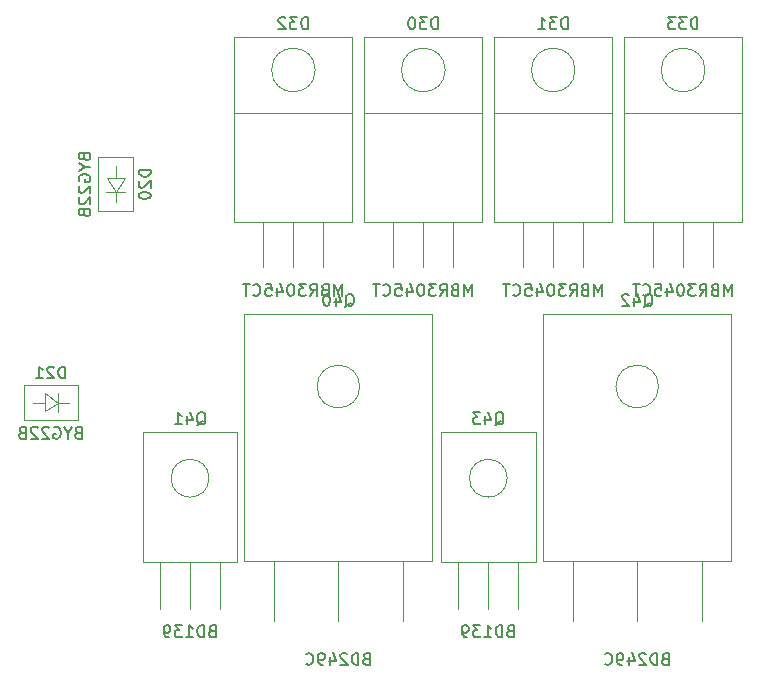
<source format=gbr>
%TF.GenerationSoftware,KiCad,Pcbnew,8.0.7-8.0.7-0~ubuntu22.04.1*%
%TF.CreationDate,2024-12-24T00:34:09+00:00*%
%TF.ProjectId,pcb_power,7063625f-706f-4776-9572-2e6b69636164,1.0.0*%
%TF.SameCoordinates,Original*%
%TF.FileFunction,AssemblyDrawing,Bot*%
%FSLAX46Y46*%
G04 Gerber Fmt 4.6, Leading zero omitted, Abs format (unit mm)*
G04 Created by KiCad (PCBNEW 8.0.7-8.0.7-0~ubuntu22.04.1) date 2024-12-24 00:34:09*
%MOMM*%
%LPD*%
G01*
G04 APERTURE LIST*
%ADD10C,0.150000*%
%ADD11C,0.100000*%
G04 APERTURE END LIST*
D10*
X72309523Y-59531009D02*
X72166666Y-59578628D01*
X72166666Y-59578628D02*
X72119047Y-59626247D01*
X72119047Y-59626247D02*
X72071428Y-59721485D01*
X72071428Y-59721485D02*
X72071428Y-59864342D01*
X72071428Y-59864342D02*
X72119047Y-59959580D01*
X72119047Y-59959580D02*
X72166666Y-60007200D01*
X72166666Y-60007200D02*
X72261904Y-60054819D01*
X72261904Y-60054819D02*
X72642856Y-60054819D01*
X72642856Y-60054819D02*
X72642856Y-59054819D01*
X72642856Y-59054819D02*
X72309523Y-59054819D01*
X72309523Y-59054819D02*
X72214285Y-59102438D01*
X72214285Y-59102438D02*
X72166666Y-59150057D01*
X72166666Y-59150057D02*
X72119047Y-59245295D01*
X72119047Y-59245295D02*
X72119047Y-59340533D01*
X72119047Y-59340533D02*
X72166666Y-59435771D01*
X72166666Y-59435771D02*
X72214285Y-59483390D01*
X72214285Y-59483390D02*
X72309523Y-59531009D01*
X72309523Y-59531009D02*
X72642856Y-59531009D01*
X71452380Y-59578628D02*
X71452380Y-60054819D01*
X71785713Y-59054819D02*
X71452380Y-59578628D01*
X71452380Y-59578628D02*
X71119047Y-59054819D01*
X70261904Y-59102438D02*
X70357142Y-59054819D01*
X70357142Y-59054819D02*
X70499999Y-59054819D01*
X70499999Y-59054819D02*
X70642856Y-59102438D01*
X70642856Y-59102438D02*
X70738094Y-59197676D01*
X70738094Y-59197676D02*
X70785713Y-59292914D01*
X70785713Y-59292914D02*
X70833332Y-59483390D01*
X70833332Y-59483390D02*
X70833332Y-59626247D01*
X70833332Y-59626247D02*
X70785713Y-59816723D01*
X70785713Y-59816723D02*
X70738094Y-59911961D01*
X70738094Y-59911961D02*
X70642856Y-60007200D01*
X70642856Y-60007200D02*
X70499999Y-60054819D01*
X70499999Y-60054819D02*
X70404761Y-60054819D01*
X70404761Y-60054819D02*
X70261904Y-60007200D01*
X70261904Y-60007200D02*
X70214285Y-59959580D01*
X70214285Y-59959580D02*
X70214285Y-59626247D01*
X70214285Y-59626247D02*
X70404761Y-59626247D01*
X69833332Y-59150057D02*
X69785713Y-59102438D01*
X69785713Y-59102438D02*
X69690475Y-59054819D01*
X69690475Y-59054819D02*
X69452380Y-59054819D01*
X69452380Y-59054819D02*
X69357142Y-59102438D01*
X69357142Y-59102438D02*
X69309523Y-59150057D01*
X69309523Y-59150057D02*
X69261904Y-59245295D01*
X69261904Y-59245295D02*
X69261904Y-59340533D01*
X69261904Y-59340533D02*
X69309523Y-59483390D01*
X69309523Y-59483390D02*
X69880951Y-60054819D01*
X69880951Y-60054819D02*
X69261904Y-60054819D01*
X68880951Y-59150057D02*
X68833332Y-59102438D01*
X68833332Y-59102438D02*
X68738094Y-59054819D01*
X68738094Y-59054819D02*
X68499999Y-59054819D01*
X68499999Y-59054819D02*
X68404761Y-59102438D01*
X68404761Y-59102438D02*
X68357142Y-59150057D01*
X68357142Y-59150057D02*
X68309523Y-59245295D01*
X68309523Y-59245295D02*
X68309523Y-59340533D01*
X68309523Y-59340533D02*
X68357142Y-59483390D01*
X68357142Y-59483390D02*
X68928570Y-60054819D01*
X68928570Y-60054819D02*
X68309523Y-60054819D01*
X67547618Y-59531009D02*
X67404761Y-59578628D01*
X67404761Y-59578628D02*
X67357142Y-59626247D01*
X67357142Y-59626247D02*
X67309523Y-59721485D01*
X67309523Y-59721485D02*
X67309523Y-59864342D01*
X67309523Y-59864342D02*
X67357142Y-59959580D01*
X67357142Y-59959580D02*
X67404761Y-60007200D01*
X67404761Y-60007200D02*
X67499999Y-60054819D01*
X67499999Y-60054819D02*
X67880951Y-60054819D01*
X67880951Y-60054819D02*
X67880951Y-59054819D01*
X67880951Y-59054819D02*
X67547618Y-59054819D01*
X67547618Y-59054819D02*
X67452380Y-59102438D01*
X67452380Y-59102438D02*
X67404761Y-59150057D01*
X67404761Y-59150057D02*
X67357142Y-59245295D01*
X67357142Y-59245295D02*
X67357142Y-59340533D01*
X67357142Y-59340533D02*
X67404761Y-59435771D01*
X67404761Y-59435771D02*
X67452380Y-59483390D01*
X67452380Y-59483390D02*
X67547618Y-59531009D01*
X67547618Y-59531009D02*
X67880951Y-59531009D01*
X71214285Y-54954819D02*
X71214285Y-53954819D01*
X71214285Y-53954819D02*
X70976190Y-53954819D01*
X70976190Y-53954819D02*
X70833333Y-54002438D01*
X70833333Y-54002438D02*
X70738095Y-54097676D01*
X70738095Y-54097676D02*
X70690476Y-54192914D01*
X70690476Y-54192914D02*
X70642857Y-54383390D01*
X70642857Y-54383390D02*
X70642857Y-54526247D01*
X70642857Y-54526247D02*
X70690476Y-54716723D01*
X70690476Y-54716723D02*
X70738095Y-54811961D01*
X70738095Y-54811961D02*
X70833333Y-54907200D01*
X70833333Y-54907200D02*
X70976190Y-54954819D01*
X70976190Y-54954819D02*
X71214285Y-54954819D01*
X70261904Y-54050057D02*
X70214285Y-54002438D01*
X70214285Y-54002438D02*
X70119047Y-53954819D01*
X70119047Y-53954819D02*
X69880952Y-53954819D01*
X69880952Y-53954819D02*
X69785714Y-54002438D01*
X69785714Y-54002438D02*
X69738095Y-54050057D01*
X69738095Y-54050057D02*
X69690476Y-54145295D01*
X69690476Y-54145295D02*
X69690476Y-54240533D01*
X69690476Y-54240533D02*
X69738095Y-54383390D01*
X69738095Y-54383390D02*
X70309523Y-54954819D01*
X70309523Y-54954819D02*
X69690476Y-54954819D01*
X68738095Y-54954819D02*
X69309523Y-54954819D01*
X69023809Y-54954819D02*
X69023809Y-53954819D01*
X69023809Y-53954819D02*
X69119047Y-54097676D01*
X69119047Y-54097676D02*
X69214285Y-54192914D01*
X69214285Y-54192914D02*
X69309523Y-54240533D01*
X105659047Y-47954819D02*
X105659047Y-46954819D01*
X105659047Y-46954819D02*
X105325714Y-47669104D01*
X105325714Y-47669104D02*
X104992381Y-46954819D01*
X104992381Y-46954819D02*
X104992381Y-47954819D01*
X104182857Y-47431009D02*
X104040000Y-47478628D01*
X104040000Y-47478628D02*
X103992381Y-47526247D01*
X103992381Y-47526247D02*
X103944762Y-47621485D01*
X103944762Y-47621485D02*
X103944762Y-47764342D01*
X103944762Y-47764342D02*
X103992381Y-47859580D01*
X103992381Y-47859580D02*
X104040000Y-47907200D01*
X104040000Y-47907200D02*
X104135238Y-47954819D01*
X104135238Y-47954819D02*
X104516190Y-47954819D01*
X104516190Y-47954819D02*
X104516190Y-46954819D01*
X104516190Y-46954819D02*
X104182857Y-46954819D01*
X104182857Y-46954819D02*
X104087619Y-47002438D01*
X104087619Y-47002438D02*
X104040000Y-47050057D01*
X104040000Y-47050057D02*
X103992381Y-47145295D01*
X103992381Y-47145295D02*
X103992381Y-47240533D01*
X103992381Y-47240533D02*
X104040000Y-47335771D01*
X104040000Y-47335771D02*
X104087619Y-47383390D01*
X104087619Y-47383390D02*
X104182857Y-47431009D01*
X104182857Y-47431009D02*
X104516190Y-47431009D01*
X102944762Y-47954819D02*
X103278095Y-47478628D01*
X103516190Y-47954819D02*
X103516190Y-46954819D01*
X103516190Y-46954819D02*
X103135238Y-46954819D01*
X103135238Y-46954819D02*
X103040000Y-47002438D01*
X103040000Y-47002438D02*
X102992381Y-47050057D01*
X102992381Y-47050057D02*
X102944762Y-47145295D01*
X102944762Y-47145295D02*
X102944762Y-47288152D01*
X102944762Y-47288152D02*
X102992381Y-47383390D01*
X102992381Y-47383390D02*
X103040000Y-47431009D01*
X103040000Y-47431009D02*
X103135238Y-47478628D01*
X103135238Y-47478628D02*
X103516190Y-47478628D01*
X102611428Y-46954819D02*
X101992381Y-46954819D01*
X101992381Y-46954819D02*
X102325714Y-47335771D01*
X102325714Y-47335771D02*
X102182857Y-47335771D01*
X102182857Y-47335771D02*
X102087619Y-47383390D01*
X102087619Y-47383390D02*
X102040000Y-47431009D01*
X102040000Y-47431009D02*
X101992381Y-47526247D01*
X101992381Y-47526247D02*
X101992381Y-47764342D01*
X101992381Y-47764342D02*
X102040000Y-47859580D01*
X102040000Y-47859580D02*
X102087619Y-47907200D01*
X102087619Y-47907200D02*
X102182857Y-47954819D01*
X102182857Y-47954819D02*
X102468571Y-47954819D01*
X102468571Y-47954819D02*
X102563809Y-47907200D01*
X102563809Y-47907200D02*
X102611428Y-47859580D01*
X101373333Y-46954819D02*
X101278095Y-46954819D01*
X101278095Y-46954819D02*
X101182857Y-47002438D01*
X101182857Y-47002438D02*
X101135238Y-47050057D01*
X101135238Y-47050057D02*
X101087619Y-47145295D01*
X101087619Y-47145295D02*
X101040000Y-47335771D01*
X101040000Y-47335771D02*
X101040000Y-47573866D01*
X101040000Y-47573866D02*
X101087619Y-47764342D01*
X101087619Y-47764342D02*
X101135238Y-47859580D01*
X101135238Y-47859580D02*
X101182857Y-47907200D01*
X101182857Y-47907200D02*
X101278095Y-47954819D01*
X101278095Y-47954819D02*
X101373333Y-47954819D01*
X101373333Y-47954819D02*
X101468571Y-47907200D01*
X101468571Y-47907200D02*
X101516190Y-47859580D01*
X101516190Y-47859580D02*
X101563809Y-47764342D01*
X101563809Y-47764342D02*
X101611428Y-47573866D01*
X101611428Y-47573866D02*
X101611428Y-47335771D01*
X101611428Y-47335771D02*
X101563809Y-47145295D01*
X101563809Y-47145295D02*
X101516190Y-47050057D01*
X101516190Y-47050057D02*
X101468571Y-47002438D01*
X101468571Y-47002438D02*
X101373333Y-46954819D01*
X100182857Y-47288152D02*
X100182857Y-47954819D01*
X100420952Y-46907200D02*
X100659047Y-47621485D01*
X100659047Y-47621485D02*
X100040000Y-47621485D01*
X99182857Y-46954819D02*
X99659047Y-46954819D01*
X99659047Y-46954819D02*
X99706666Y-47431009D01*
X99706666Y-47431009D02*
X99659047Y-47383390D01*
X99659047Y-47383390D02*
X99563809Y-47335771D01*
X99563809Y-47335771D02*
X99325714Y-47335771D01*
X99325714Y-47335771D02*
X99230476Y-47383390D01*
X99230476Y-47383390D02*
X99182857Y-47431009D01*
X99182857Y-47431009D02*
X99135238Y-47526247D01*
X99135238Y-47526247D02*
X99135238Y-47764342D01*
X99135238Y-47764342D02*
X99182857Y-47859580D01*
X99182857Y-47859580D02*
X99230476Y-47907200D01*
X99230476Y-47907200D02*
X99325714Y-47954819D01*
X99325714Y-47954819D02*
X99563809Y-47954819D01*
X99563809Y-47954819D02*
X99659047Y-47907200D01*
X99659047Y-47907200D02*
X99706666Y-47859580D01*
X98135238Y-47859580D02*
X98182857Y-47907200D01*
X98182857Y-47907200D02*
X98325714Y-47954819D01*
X98325714Y-47954819D02*
X98420952Y-47954819D01*
X98420952Y-47954819D02*
X98563809Y-47907200D01*
X98563809Y-47907200D02*
X98659047Y-47811961D01*
X98659047Y-47811961D02*
X98706666Y-47716723D01*
X98706666Y-47716723D02*
X98754285Y-47526247D01*
X98754285Y-47526247D02*
X98754285Y-47383390D01*
X98754285Y-47383390D02*
X98706666Y-47192914D01*
X98706666Y-47192914D02*
X98659047Y-47097676D01*
X98659047Y-47097676D02*
X98563809Y-47002438D01*
X98563809Y-47002438D02*
X98420952Y-46954819D01*
X98420952Y-46954819D02*
X98325714Y-46954819D01*
X98325714Y-46954819D02*
X98182857Y-47002438D01*
X98182857Y-47002438D02*
X98135238Y-47050057D01*
X97849523Y-46954819D02*
X97278095Y-46954819D01*
X97563809Y-47954819D02*
X97563809Y-46954819D01*
X102754285Y-25374819D02*
X102754285Y-24374819D01*
X102754285Y-24374819D02*
X102516190Y-24374819D01*
X102516190Y-24374819D02*
X102373333Y-24422438D01*
X102373333Y-24422438D02*
X102278095Y-24517676D01*
X102278095Y-24517676D02*
X102230476Y-24612914D01*
X102230476Y-24612914D02*
X102182857Y-24803390D01*
X102182857Y-24803390D02*
X102182857Y-24946247D01*
X102182857Y-24946247D02*
X102230476Y-25136723D01*
X102230476Y-25136723D02*
X102278095Y-25231961D01*
X102278095Y-25231961D02*
X102373333Y-25327200D01*
X102373333Y-25327200D02*
X102516190Y-25374819D01*
X102516190Y-25374819D02*
X102754285Y-25374819D01*
X101849523Y-24374819D02*
X101230476Y-24374819D01*
X101230476Y-24374819D02*
X101563809Y-24755771D01*
X101563809Y-24755771D02*
X101420952Y-24755771D01*
X101420952Y-24755771D02*
X101325714Y-24803390D01*
X101325714Y-24803390D02*
X101278095Y-24851009D01*
X101278095Y-24851009D02*
X101230476Y-24946247D01*
X101230476Y-24946247D02*
X101230476Y-25184342D01*
X101230476Y-25184342D02*
X101278095Y-25279580D01*
X101278095Y-25279580D02*
X101325714Y-25327200D01*
X101325714Y-25327200D02*
X101420952Y-25374819D01*
X101420952Y-25374819D02*
X101706666Y-25374819D01*
X101706666Y-25374819D02*
X101801904Y-25327200D01*
X101801904Y-25327200D02*
X101849523Y-25279580D01*
X100611428Y-24374819D02*
X100516190Y-24374819D01*
X100516190Y-24374819D02*
X100420952Y-24422438D01*
X100420952Y-24422438D02*
X100373333Y-24470057D01*
X100373333Y-24470057D02*
X100325714Y-24565295D01*
X100325714Y-24565295D02*
X100278095Y-24755771D01*
X100278095Y-24755771D02*
X100278095Y-24993866D01*
X100278095Y-24993866D02*
X100325714Y-25184342D01*
X100325714Y-25184342D02*
X100373333Y-25279580D01*
X100373333Y-25279580D02*
X100420952Y-25327200D01*
X100420952Y-25327200D02*
X100516190Y-25374819D01*
X100516190Y-25374819D02*
X100611428Y-25374819D01*
X100611428Y-25374819D02*
X100706666Y-25327200D01*
X100706666Y-25327200D02*
X100754285Y-25279580D01*
X100754285Y-25279580D02*
X100801904Y-25184342D01*
X100801904Y-25184342D02*
X100849523Y-24993866D01*
X100849523Y-24993866D02*
X100849523Y-24755771D01*
X100849523Y-24755771D02*
X100801904Y-24565295D01*
X100801904Y-24565295D02*
X100754285Y-24470057D01*
X100754285Y-24470057D02*
X100706666Y-24422438D01*
X100706666Y-24422438D02*
X100611428Y-24374819D01*
X94659047Y-47954819D02*
X94659047Y-46954819D01*
X94659047Y-46954819D02*
X94325714Y-47669104D01*
X94325714Y-47669104D02*
X93992381Y-46954819D01*
X93992381Y-46954819D02*
X93992381Y-47954819D01*
X93182857Y-47431009D02*
X93040000Y-47478628D01*
X93040000Y-47478628D02*
X92992381Y-47526247D01*
X92992381Y-47526247D02*
X92944762Y-47621485D01*
X92944762Y-47621485D02*
X92944762Y-47764342D01*
X92944762Y-47764342D02*
X92992381Y-47859580D01*
X92992381Y-47859580D02*
X93040000Y-47907200D01*
X93040000Y-47907200D02*
X93135238Y-47954819D01*
X93135238Y-47954819D02*
X93516190Y-47954819D01*
X93516190Y-47954819D02*
X93516190Y-46954819D01*
X93516190Y-46954819D02*
X93182857Y-46954819D01*
X93182857Y-46954819D02*
X93087619Y-47002438D01*
X93087619Y-47002438D02*
X93040000Y-47050057D01*
X93040000Y-47050057D02*
X92992381Y-47145295D01*
X92992381Y-47145295D02*
X92992381Y-47240533D01*
X92992381Y-47240533D02*
X93040000Y-47335771D01*
X93040000Y-47335771D02*
X93087619Y-47383390D01*
X93087619Y-47383390D02*
X93182857Y-47431009D01*
X93182857Y-47431009D02*
X93516190Y-47431009D01*
X91944762Y-47954819D02*
X92278095Y-47478628D01*
X92516190Y-47954819D02*
X92516190Y-46954819D01*
X92516190Y-46954819D02*
X92135238Y-46954819D01*
X92135238Y-46954819D02*
X92040000Y-47002438D01*
X92040000Y-47002438D02*
X91992381Y-47050057D01*
X91992381Y-47050057D02*
X91944762Y-47145295D01*
X91944762Y-47145295D02*
X91944762Y-47288152D01*
X91944762Y-47288152D02*
X91992381Y-47383390D01*
X91992381Y-47383390D02*
X92040000Y-47431009D01*
X92040000Y-47431009D02*
X92135238Y-47478628D01*
X92135238Y-47478628D02*
X92516190Y-47478628D01*
X91611428Y-46954819D02*
X90992381Y-46954819D01*
X90992381Y-46954819D02*
X91325714Y-47335771D01*
X91325714Y-47335771D02*
X91182857Y-47335771D01*
X91182857Y-47335771D02*
X91087619Y-47383390D01*
X91087619Y-47383390D02*
X91040000Y-47431009D01*
X91040000Y-47431009D02*
X90992381Y-47526247D01*
X90992381Y-47526247D02*
X90992381Y-47764342D01*
X90992381Y-47764342D02*
X91040000Y-47859580D01*
X91040000Y-47859580D02*
X91087619Y-47907200D01*
X91087619Y-47907200D02*
X91182857Y-47954819D01*
X91182857Y-47954819D02*
X91468571Y-47954819D01*
X91468571Y-47954819D02*
X91563809Y-47907200D01*
X91563809Y-47907200D02*
X91611428Y-47859580D01*
X90373333Y-46954819D02*
X90278095Y-46954819D01*
X90278095Y-46954819D02*
X90182857Y-47002438D01*
X90182857Y-47002438D02*
X90135238Y-47050057D01*
X90135238Y-47050057D02*
X90087619Y-47145295D01*
X90087619Y-47145295D02*
X90040000Y-47335771D01*
X90040000Y-47335771D02*
X90040000Y-47573866D01*
X90040000Y-47573866D02*
X90087619Y-47764342D01*
X90087619Y-47764342D02*
X90135238Y-47859580D01*
X90135238Y-47859580D02*
X90182857Y-47907200D01*
X90182857Y-47907200D02*
X90278095Y-47954819D01*
X90278095Y-47954819D02*
X90373333Y-47954819D01*
X90373333Y-47954819D02*
X90468571Y-47907200D01*
X90468571Y-47907200D02*
X90516190Y-47859580D01*
X90516190Y-47859580D02*
X90563809Y-47764342D01*
X90563809Y-47764342D02*
X90611428Y-47573866D01*
X90611428Y-47573866D02*
X90611428Y-47335771D01*
X90611428Y-47335771D02*
X90563809Y-47145295D01*
X90563809Y-47145295D02*
X90516190Y-47050057D01*
X90516190Y-47050057D02*
X90468571Y-47002438D01*
X90468571Y-47002438D02*
X90373333Y-46954819D01*
X89182857Y-47288152D02*
X89182857Y-47954819D01*
X89420952Y-46907200D02*
X89659047Y-47621485D01*
X89659047Y-47621485D02*
X89040000Y-47621485D01*
X88182857Y-46954819D02*
X88659047Y-46954819D01*
X88659047Y-46954819D02*
X88706666Y-47431009D01*
X88706666Y-47431009D02*
X88659047Y-47383390D01*
X88659047Y-47383390D02*
X88563809Y-47335771D01*
X88563809Y-47335771D02*
X88325714Y-47335771D01*
X88325714Y-47335771D02*
X88230476Y-47383390D01*
X88230476Y-47383390D02*
X88182857Y-47431009D01*
X88182857Y-47431009D02*
X88135238Y-47526247D01*
X88135238Y-47526247D02*
X88135238Y-47764342D01*
X88135238Y-47764342D02*
X88182857Y-47859580D01*
X88182857Y-47859580D02*
X88230476Y-47907200D01*
X88230476Y-47907200D02*
X88325714Y-47954819D01*
X88325714Y-47954819D02*
X88563809Y-47954819D01*
X88563809Y-47954819D02*
X88659047Y-47907200D01*
X88659047Y-47907200D02*
X88706666Y-47859580D01*
X87135238Y-47859580D02*
X87182857Y-47907200D01*
X87182857Y-47907200D02*
X87325714Y-47954819D01*
X87325714Y-47954819D02*
X87420952Y-47954819D01*
X87420952Y-47954819D02*
X87563809Y-47907200D01*
X87563809Y-47907200D02*
X87659047Y-47811961D01*
X87659047Y-47811961D02*
X87706666Y-47716723D01*
X87706666Y-47716723D02*
X87754285Y-47526247D01*
X87754285Y-47526247D02*
X87754285Y-47383390D01*
X87754285Y-47383390D02*
X87706666Y-47192914D01*
X87706666Y-47192914D02*
X87659047Y-47097676D01*
X87659047Y-47097676D02*
X87563809Y-47002438D01*
X87563809Y-47002438D02*
X87420952Y-46954819D01*
X87420952Y-46954819D02*
X87325714Y-46954819D01*
X87325714Y-46954819D02*
X87182857Y-47002438D01*
X87182857Y-47002438D02*
X87135238Y-47050057D01*
X86849523Y-46954819D02*
X86278095Y-46954819D01*
X86563809Y-47954819D02*
X86563809Y-46954819D01*
X91754285Y-25374819D02*
X91754285Y-24374819D01*
X91754285Y-24374819D02*
X91516190Y-24374819D01*
X91516190Y-24374819D02*
X91373333Y-24422438D01*
X91373333Y-24422438D02*
X91278095Y-24517676D01*
X91278095Y-24517676D02*
X91230476Y-24612914D01*
X91230476Y-24612914D02*
X91182857Y-24803390D01*
X91182857Y-24803390D02*
X91182857Y-24946247D01*
X91182857Y-24946247D02*
X91230476Y-25136723D01*
X91230476Y-25136723D02*
X91278095Y-25231961D01*
X91278095Y-25231961D02*
X91373333Y-25327200D01*
X91373333Y-25327200D02*
X91516190Y-25374819D01*
X91516190Y-25374819D02*
X91754285Y-25374819D01*
X90849523Y-24374819D02*
X90230476Y-24374819D01*
X90230476Y-24374819D02*
X90563809Y-24755771D01*
X90563809Y-24755771D02*
X90420952Y-24755771D01*
X90420952Y-24755771D02*
X90325714Y-24803390D01*
X90325714Y-24803390D02*
X90278095Y-24851009D01*
X90278095Y-24851009D02*
X90230476Y-24946247D01*
X90230476Y-24946247D02*
X90230476Y-25184342D01*
X90230476Y-25184342D02*
X90278095Y-25279580D01*
X90278095Y-25279580D02*
X90325714Y-25327200D01*
X90325714Y-25327200D02*
X90420952Y-25374819D01*
X90420952Y-25374819D02*
X90706666Y-25374819D01*
X90706666Y-25374819D02*
X90801904Y-25327200D01*
X90801904Y-25327200D02*
X90849523Y-25279580D01*
X89849523Y-24470057D02*
X89801904Y-24422438D01*
X89801904Y-24422438D02*
X89706666Y-24374819D01*
X89706666Y-24374819D02*
X89468571Y-24374819D01*
X89468571Y-24374819D02*
X89373333Y-24422438D01*
X89373333Y-24422438D02*
X89325714Y-24470057D01*
X89325714Y-24470057D02*
X89278095Y-24565295D01*
X89278095Y-24565295D02*
X89278095Y-24660533D01*
X89278095Y-24660533D02*
X89325714Y-24803390D01*
X89325714Y-24803390D02*
X89897142Y-25374819D01*
X89897142Y-25374819D02*
X89278095Y-25374819D01*
X108897142Y-76331009D02*
X108754285Y-76378628D01*
X108754285Y-76378628D02*
X108706666Y-76426247D01*
X108706666Y-76426247D02*
X108659047Y-76521485D01*
X108659047Y-76521485D02*
X108659047Y-76664342D01*
X108659047Y-76664342D02*
X108706666Y-76759580D01*
X108706666Y-76759580D02*
X108754285Y-76807200D01*
X108754285Y-76807200D02*
X108849523Y-76854819D01*
X108849523Y-76854819D02*
X109230475Y-76854819D01*
X109230475Y-76854819D02*
X109230475Y-75854819D01*
X109230475Y-75854819D02*
X108897142Y-75854819D01*
X108897142Y-75854819D02*
X108801904Y-75902438D01*
X108801904Y-75902438D02*
X108754285Y-75950057D01*
X108754285Y-75950057D02*
X108706666Y-76045295D01*
X108706666Y-76045295D02*
X108706666Y-76140533D01*
X108706666Y-76140533D02*
X108754285Y-76235771D01*
X108754285Y-76235771D02*
X108801904Y-76283390D01*
X108801904Y-76283390D02*
X108897142Y-76331009D01*
X108897142Y-76331009D02*
X109230475Y-76331009D01*
X108230475Y-76854819D02*
X108230475Y-75854819D01*
X108230475Y-75854819D02*
X107992380Y-75854819D01*
X107992380Y-75854819D02*
X107849523Y-75902438D01*
X107849523Y-75902438D02*
X107754285Y-75997676D01*
X107754285Y-75997676D02*
X107706666Y-76092914D01*
X107706666Y-76092914D02*
X107659047Y-76283390D01*
X107659047Y-76283390D02*
X107659047Y-76426247D01*
X107659047Y-76426247D02*
X107706666Y-76616723D01*
X107706666Y-76616723D02*
X107754285Y-76711961D01*
X107754285Y-76711961D02*
X107849523Y-76807200D01*
X107849523Y-76807200D02*
X107992380Y-76854819D01*
X107992380Y-76854819D02*
X108230475Y-76854819D01*
X106706666Y-76854819D02*
X107278094Y-76854819D01*
X106992380Y-76854819D02*
X106992380Y-75854819D01*
X106992380Y-75854819D02*
X107087618Y-75997676D01*
X107087618Y-75997676D02*
X107182856Y-76092914D01*
X107182856Y-76092914D02*
X107278094Y-76140533D01*
X106373332Y-75854819D02*
X105754285Y-75854819D01*
X105754285Y-75854819D02*
X106087618Y-76235771D01*
X106087618Y-76235771D02*
X105944761Y-76235771D01*
X105944761Y-76235771D02*
X105849523Y-76283390D01*
X105849523Y-76283390D02*
X105801904Y-76331009D01*
X105801904Y-76331009D02*
X105754285Y-76426247D01*
X105754285Y-76426247D02*
X105754285Y-76664342D01*
X105754285Y-76664342D02*
X105801904Y-76759580D01*
X105801904Y-76759580D02*
X105849523Y-76807200D01*
X105849523Y-76807200D02*
X105944761Y-76854819D01*
X105944761Y-76854819D02*
X106230475Y-76854819D01*
X106230475Y-76854819D02*
X106325713Y-76807200D01*
X106325713Y-76807200D02*
X106373332Y-76759580D01*
X105278094Y-76854819D02*
X105087618Y-76854819D01*
X105087618Y-76854819D02*
X104992380Y-76807200D01*
X104992380Y-76807200D02*
X104944761Y-76759580D01*
X104944761Y-76759580D02*
X104849523Y-76616723D01*
X104849523Y-76616723D02*
X104801904Y-76426247D01*
X104801904Y-76426247D02*
X104801904Y-76045295D01*
X104801904Y-76045295D02*
X104849523Y-75950057D01*
X104849523Y-75950057D02*
X104897142Y-75902438D01*
X104897142Y-75902438D02*
X104992380Y-75854819D01*
X104992380Y-75854819D02*
X105182856Y-75854819D01*
X105182856Y-75854819D02*
X105278094Y-75902438D01*
X105278094Y-75902438D02*
X105325713Y-75950057D01*
X105325713Y-75950057D02*
X105373332Y-76045295D01*
X105373332Y-76045295D02*
X105373332Y-76283390D01*
X105373332Y-76283390D02*
X105325713Y-76378628D01*
X105325713Y-76378628D02*
X105278094Y-76426247D01*
X105278094Y-76426247D02*
X105182856Y-76473866D01*
X105182856Y-76473866D02*
X104992380Y-76473866D01*
X104992380Y-76473866D02*
X104897142Y-76426247D01*
X104897142Y-76426247D02*
X104849523Y-76378628D01*
X104849523Y-76378628D02*
X104801904Y-76283390D01*
X107611428Y-58930057D02*
X107706666Y-58882438D01*
X107706666Y-58882438D02*
X107801904Y-58787200D01*
X107801904Y-58787200D02*
X107944761Y-58644342D01*
X107944761Y-58644342D02*
X108039999Y-58596723D01*
X108039999Y-58596723D02*
X108135237Y-58596723D01*
X108087618Y-58834819D02*
X108182856Y-58787200D01*
X108182856Y-58787200D02*
X108278094Y-58691961D01*
X108278094Y-58691961D02*
X108325713Y-58501485D01*
X108325713Y-58501485D02*
X108325713Y-58168152D01*
X108325713Y-58168152D02*
X108278094Y-57977676D01*
X108278094Y-57977676D02*
X108182856Y-57882438D01*
X108182856Y-57882438D02*
X108087618Y-57834819D01*
X108087618Y-57834819D02*
X107897142Y-57834819D01*
X107897142Y-57834819D02*
X107801904Y-57882438D01*
X107801904Y-57882438D02*
X107706666Y-57977676D01*
X107706666Y-57977676D02*
X107659047Y-58168152D01*
X107659047Y-58168152D02*
X107659047Y-58501485D01*
X107659047Y-58501485D02*
X107706666Y-58691961D01*
X107706666Y-58691961D02*
X107801904Y-58787200D01*
X107801904Y-58787200D02*
X107897142Y-58834819D01*
X107897142Y-58834819D02*
X108087618Y-58834819D01*
X106801904Y-58168152D02*
X106801904Y-58834819D01*
X107039999Y-57787200D02*
X107278094Y-58501485D01*
X107278094Y-58501485D02*
X106659047Y-58501485D01*
X106373332Y-57834819D02*
X105754285Y-57834819D01*
X105754285Y-57834819D02*
X106087618Y-58215771D01*
X106087618Y-58215771D02*
X105944761Y-58215771D01*
X105944761Y-58215771D02*
X105849523Y-58263390D01*
X105849523Y-58263390D02*
X105801904Y-58311009D01*
X105801904Y-58311009D02*
X105754285Y-58406247D01*
X105754285Y-58406247D02*
X105754285Y-58644342D01*
X105754285Y-58644342D02*
X105801904Y-58739580D01*
X105801904Y-58739580D02*
X105849523Y-58787200D01*
X105849523Y-58787200D02*
X105944761Y-58834819D01*
X105944761Y-58834819D02*
X106230475Y-58834819D01*
X106230475Y-58834819D02*
X106325713Y-58787200D01*
X106325713Y-58787200D02*
X106373332Y-58739580D01*
X72831009Y-36190476D02*
X72878628Y-36333333D01*
X72878628Y-36333333D02*
X72926247Y-36380952D01*
X72926247Y-36380952D02*
X73021485Y-36428571D01*
X73021485Y-36428571D02*
X73164342Y-36428571D01*
X73164342Y-36428571D02*
X73259580Y-36380952D01*
X73259580Y-36380952D02*
X73307200Y-36333333D01*
X73307200Y-36333333D02*
X73354819Y-36238095D01*
X73354819Y-36238095D02*
X73354819Y-35857143D01*
X73354819Y-35857143D02*
X72354819Y-35857143D01*
X72354819Y-35857143D02*
X72354819Y-36190476D01*
X72354819Y-36190476D02*
X72402438Y-36285714D01*
X72402438Y-36285714D02*
X72450057Y-36333333D01*
X72450057Y-36333333D02*
X72545295Y-36380952D01*
X72545295Y-36380952D02*
X72640533Y-36380952D01*
X72640533Y-36380952D02*
X72735771Y-36333333D01*
X72735771Y-36333333D02*
X72783390Y-36285714D01*
X72783390Y-36285714D02*
X72831009Y-36190476D01*
X72831009Y-36190476D02*
X72831009Y-35857143D01*
X72878628Y-37047619D02*
X73354819Y-37047619D01*
X72354819Y-36714286D02*
X72878628Y-37047619D01*
X72878628Y-37047619D02*
X72354819Y-37380952D01*
X72402438Y-38238095D02*
X72354819Y-38142857D01*
X72354819Y-38142857D02*
X72354819Y-38000000D01*
X72354819Y-38000000D02*
X72402438Y-37857143D01*
X72402438Y-37857143D02*
X72497676Y-37761905D01*
X72497676Y-37761905D02*
X72592914Y-37714286D01*
X72592914Y-37714286D02*
X72783390Y-37666667D01*
X72783390Y-37666667D02*
X72926247Y-37666667D01*
X72926247Y-37666667D02*
X73116723Y-37714286D01*
X73116723Y-37714286D02*
X73211961Y-37761905D01*
X73211961Y-37761905D02*
X73307200Y-37857143D01*
X73307200Y-37857143D02*
X73354819Y-38000000D01*
X73354819Y-38000000D02*
X73354819Y-38095238D01*
X73354819Y-38095238D02*
X73307200Y-38238095D01*
X73307200Y-38238095D02*
X73259580Y-38285714D01*
X73259580Y-38285714D02*
X72926247Y-38285714D01*
X72926247Y-38285714D02*
X72926247Y-38095238D01*
X72450057Y-38666667D02*
X72402438Y-38714286D01*
X72402438Y-38714286D02*
X72354819Y-38809524D01*
X72354819Y-38809524D02*
X72354819Y-39047619D01*
X72354819Y-39047619D02*
X72402438Y-39142857D01*
X72402438Y-39142857D02*
X72450057Y-39190476D01*
X72450057Y-39190476D02*
X72545295Y-39238095D01*
X72545295Y-39238095D02*
X72640533Y-39238095D01*
X72640533Y-39238095D02*
X72783390Y-39190476D01*
X72783390Y-39190476D02*
X73354819Y-38619048D01*
X73354819Y-38619048D02*
X73354819Y-39238095D01*
X72450057Y-39619048D02*
X72402438Y-39666667D01*
X72402438Y-39666667D02*
X72354819Y-39761905D01*
X72354819Y-39761905D02*
X72354819Y-40000000D01*
X72354819Y-40000000D02*
X72402438Y-40095238D01*
X72402438Y-40095238D02*
X72450057Y-40142857D01*
X72450057Y-40142857D02*
X72545295Y-40190476D01*
X72545295Y-40190476D02*
X72640533Y-40190476D01*
X72640533Y-40190476D02*
X72783390Y-40142857D01*
X72783390Y-40142857D02*
X73354819Y-39571429D01*
X73354819Y-39571429D02*
X73354819Y-40190476D01*
X72831009Y-40952381D02*
X72878628Y-41095238D01*
X72878628Y-41095238D02*
X72926247Y-41142857D01*
X72926247Y-41142857D02*
X73021485Y-41190476D01*
X73021485Y-41190476D02*
X73164342Y-41190476D01*
X73164342Y-41190476D02*
X73259580Y-41142857D01*
X73259580Y-41142857D02*
X73307200Y-41095238D01*
X73307200Y-41095238D02*
X73354819Y-41000000D01*
X73354819Y-41000000D02*
X73354819Y-40619048D01*
X73354819Y-40619048D02*
X72354819Y-40619048D01*
X72354819Y-40619048D02*
X72354819Y-40952381D01*
X72354819Y-40952381D02*
X72402438Y-41047619D01*
X72402438Y-41047619D02*
X72450057Y-41095238D01*
X72450057Y-41095238D02*
X72545295Y-41142857D01*
X72545295Y-41142857D02*
X72640533Y-41142857D01*
X72640533Y-41142857D02*
X72735771Y-41095238D01*
X72735771Y-41095238D02*
X72783390Y-41047619D01*
X72783390Y-41047619D02*
X72831009Y-40952381D01*
X72831009Y-40952381D02*
X72831009Y-40619048D01*
X78454819Y-37285714D02*
X77454819Y-37285714D01*
X77454819Y-37285714D02*
X77454819Y-37523809D01*
X77454819Y-37523809D02*
X77502438Y-37666666D01*
X77502438Y-37666666D02*
X77597676Y-37761904D01*
X77597676Y-37761904D02*
X77692914Y-37809523D01*
X77692914Y-37809523D02*
X77883390Y-37857142D01*
X77883390Y-37857142D02*
X78026247Y-37857142D01*
X78026247Y-37857142D02*
X78216723Y-37809523D01*
X78216723Y-37809523D02*
X78311961Y-37761904D01*
X78311961Y-37761904D02*
X78407200Y-37666666D01*
X78407200Y-37666666D02*
X78454819Y-37523809D01*
X78454819Y-37523809D02*
X78454819Y-37285714D01*
X77550057Y-38238095D02*
X77502438Y-38285714D01*
X77502438Y-38285714D02*
X77454819Y-38380952D01*
X77454819Y-38380952D02*
X77454819Y-38619047D01*
X77454819Y-38619047D02*
X77502438Y-38714285D01*
X77502438Y-38714285D02*
X77550057Y-38761904D01*
X77550057Y-38761904D02*
X77645295Y-38809523D01*
X77645295Y-38809523D02*
X77740533Y-38809523D01*
X77740533Y-38809523D02*
X77883390Y-38761904D01*
X77883390Y-38761904D02*
X78454819Y-38190476D01*
X78454819Y-38190476D02*
X78454819Y-38809523D01*
X77454819Y-39428571D02*
X77454819Y-39523809D01*
X77454819Y-39523809D02*
X77502438Y-39619047D01*
X77502438Y-39619047D02*
X77550057Y-39666666D01*
X77550057Y-39666666D02*
X77645295Y-39714285D01*
X77645295Y-39714285D02*
X77835771Y-39761904D01*
X77835771Y-39761904D02*
X78073866Y-39761904D01*
X78073866Y-39761904D02*
X78264342Y-39714285D01*
X78264342Y-39714285D02*
X78359580Y-39666666D01*
X78359580Y-39666666D02*
X78407200Y-39619047D01*
X78407200Y-39619047D02*
X78454819Y-39523809D01*
X78454819Y-39523809D02*
X78454819Y-39428571D01*
X78454819Y-39428571D02*
X78407200Y-39333333D01*
X78407200Y-39333333D02*
X78359580Y-39285714D01*
X78359580Y-39285714D02*
X78264342Y-39238095D01*
X78264342Y-39238095D02*
X78073866Y-39190476D01*
X78073866Y-39190476D02*
X77835771Y-39190476D01*
X77835771Y-39190476D02*
X77645295Y-39238095D01*
X77645295Y-39238095D02*
X77550057Y-39285714D01*
X77550057Y-39285714D02*
X77502438Y-39333333D01*
X77502438Y-39333333D02*
X77454819Y-39428571D01*
X122007142Y-78681009D02*
X121864285Y-78728628D01*
X121864285Y-78728628D02*
X121816666Y-78776247D01*
X121816666Y-78776247D02*
X121769047Y-78871485D01*
X121769047Y-78871485D02*
X121769047Y-79014342D01*
X121769047Y-79014342D02*
X121816666Y-79109580D01*
X121816666Y-79109580D02*
X121864285Y-79157200D01*
X121864285Y-79157200D02*
X121959523Y-79204819D01*
X121959523Y-79204819D02*
X122340475Y-79204819D01*
X122340475Y-79204819D02*
X122340475Y-78204819D01*
X122340475Y-78204819D02*
X122007142Y-78204819D01*
X122007142Y-78204819D02*
X121911904Y-78252438D01*
X121911904Y-78252438D02*
X121864285Y-78300057D01*
X121864285Y-78300057D02*
X121816666Y-78395295D01*
X121816666Y-78395295D02*
X121816666Y-78490533D01*
X121816666Y-78490533D02*
X121864285Y-78585771D01*
X121864285Y-78585771D02*
X121911904Y-78633390D01*
X121911904Y-78633390D02*
X122007142Y-78681009D01*
X122007142Y-78681009D02*
X122340475Y-78681009D01*
X121340475Y-79204819D02*
X121340475Y-78204819D01*
X121340475Y-78204819D02*
X121102380Y-78204819D01*
X121102380Y-78204819D02*
X120959523Y-78252438D01*
X120959523Y-78252438D02*
X120864285Y-78347676D01*
X120864285Y-78347676D02*
X120816666Y-78442914D01*
X120816666Y-78442914D02*
X120769047Y-78633390D01*
X120769047Y-78633390D02*
X120769047Y-78776247D01*
X120769047Y-78776247D02*
X120816666Y-78966723D01*
X120816666Y-78966723D02*
X120864285Y-79061961D01*
X120864285Y-79061961D02*
X120959523Y-79157200D01*
X120959523Y-79157200D02*
X121102380Y-79204819D01*
X121102380Y-79204819D02*
X121340475Y-79204819D01*
X120388094Y-78300057D02*
X120340475Y-78252438D01*
X120340475Y-78252438D02*
X120245237Y-78204819D01*
X120245237Y-78204819D02*
X120007142Y-78204819D01*
X120007142Y-78204819D02*
X119911904Y-78252438D01*
X119911904Y-78252438D02*
X119864285Y-78300057D01*
X119864285Y-78300057D02*
X119816666Y-78395295D01*
X119816666Y-78395295D02*
X119816666Y-78490533D01*
X119816666Y-78490533D02*
X119864285Y-78633390D01*
X119864285Y-78633390D02*
X120435713Y-79204819D01*
X120435713Y-79204819D02*
X119816666Y-79204819D01*
X118959523Y-78538152D02*
X118959523Y-79204819D01*
X119197618Y-78157200D02*
X119435713Y-78871485D01*
X119435713Y-78871485D02*
X118816666Y-78871485D01*
X118388094Y-79204819D02*
X118197618Y-79204819D01*
X118197618Y-79204819D02*
X118102380Y-79157200D01*
X118102380Y-79157200D02*
X118054761Y-79109580D01*
X118054761Y-79109580D02*
X117959523Y-78966723D01*
X117959523Y-78966723D02*
X117911904Y-78776247D01*
X117911904Y-78776247D02*
X117911904Y-78395295D01*
X117911904Y-78395295D02*
X117959523Y-78300057D01*
X117959523Y-78300057D02*
X118007142Y-78252438D01*
X118007142Y-78252438D02*
X118102380Y-78204819D01*
X118102380Y-78204819D02*
X118292856Y-78204819D01*
X118292856Y-78204819D02*
X118388094Y-78252438D01*
X118388094Y-78252438D02*
X118435713Y-78300057D01*
X118435713Y-78300057D02*
X118483332Y-78395295D01*
X118483332Y-78395295D02*
X118483332Y-78633390D01*
X118483332Y-78633390D02*
X118435713Y-78728628D01*
X118435713Y-78728628D02*
X118388094Y-78776247D01*
X118388094Y-78776247D02*
X118292856Y-78823866D01*
X118292856Y-78823866D02*
X118102380Y-78823866D01*
X118102380Y-78823866D02*
X118007142Y-78776247D01*
X118007142Y-78776247D02*
X117959523Y-78728628D01*
X117959523Y-78728628D02*
X117911904Y-78633390D01*
X116911904Y-79109580D02*
X116959523Y-79157200D01*
X116959523Y-79157200D02*
X117102380Y-79204819D01*
X117102380Y-79204819D02*
X117197618Y-79204819D01*
X117197618Y-79204819D02*
X117340475Y-79157200D01*
X117340475Y-79157200D02*
X117435713Y-79061961D01*
X117435713Y-79061961D02*
X117483332Y-78966723D01*
X117483332Y-78966723D02*
X117530951Y-78776247D01*
X117530951Y-78776247D02*
X117530951Y-78633390D01*
X117530951Y-78633390D02*
X117483332Y-78442914D01*
X117483332Y-78442914D02*
X117435713Y-78347676D01*
X117435713Y-78347676D02*
X117340475Y-78252438D01*
X117340475Y-78252438D02*
X117197618Y-78204819D01*
X117197618Y-78204819D02*
X117102380Y-78204819D01*
X117102380Y-78204819D02*
X116959523Y-78252438D01*
X116959523Y-78252438D02*
X116911904Y-78300057D01*
X120221428Y-48900057D02*
X120316666Y-48852438D01*
X120316666Y-48852438D02*
X120411904Y-48757200D01*
X120411904Y-48757200D02*
X120554761Y-48614342D01*
X120554761Y-48614342D02*
X120649999Y-48566723D01*
X120649999Y-48566723D02*
X120745237Y-48566723D01*
X120697618Y-48804819D02*
X120792856Y-48757200D01*
X120792856Y-48757200D02*
X120888094Y-48661961D01*
X120888094Y-48661961D02*
X120935713Y-48471485D01*
X120935713Y-48471485D02*
X120935713Y-48138152D01*
X120935713Y-48138152D02*
X120888094Y-47947676D01*
X120888094Y-47947676D02*
X120792856Y-47852438D01*
X120792856Y-47852438D02*
X120697618Y-47804819D01*
X120697618Y-47804819D02*
X120507142Y-47804819D01*
X120507142Y-47804819D02*
X120411904Y-47852438D01*
X120411904Y-47852438D02*
X120316666Y-47947676D01*
X120316666Y-47947676D02*
X120269047Y-48138152D01*
X120269047Y-48138152D02*
X120269047Y-48471485D01*
X120269047Y-48471485D02*
X120316666Y-48661961D01*
X120316666Y-48661961D02*
X120411904Y-48757200D01*
X120411904Y-48757200D02*
X120507142Y-48804819D01*
X120507142Y-48804819D02*
X120697618Y-48804819D01*
X119411904Y-48138152D02*
X119411904Y-48804819D01*
X119649999Y-47757200D02*
X119888094Y-48471485D01*
X119888094Y-48471485D02*
X119269047Y-48471485D01*
X118935713Y-47900057D02*
X118888094Y-47852438D01*
X118888094Y-47852438D02*
X118792856Y-47804819D01*
X118792856Y-47804819D02*
X118554761Y-47804819D01*
X118554761Y-47804819D02*
X118459523Y-47852438D01*
X118459523Y-47852438D02*
X118411904Y-47900057D01*
X118411904Y-47900057D02*
X118364285Y-47995295D01*
X118364285Y-47995295D02*
X118364285Y-48090533D01*
X118364285Y-48090533D02*
X118411904Y-48233390D01*
X118411904Y-48233390D02*
X118983332Y-48804819D01*
X118983332Y-48804819D02*
X118364285Y-48804819D01*
X116659047Y-47954819D02*
X116659047Y-46954819D01*
X116659047Y-46954819D02*
X116325714Y-47669104D01*
X116325714Y-47669104D02*
X115992381Y-46954819D01*
X115992381Y-46954819D02*
X115992381Y-47954819D01*
X115182857Y-47431009D02*
X115040000Y-47478628D01*
X115040000Y-47478628D02*
X114992381Y-47526247D01*
X114992381Y-47526247D02*
X114944762Y-47621485D01*
X114944762Y-47621485D02*
X114944762Y-47764342D01*
X114944762Y-47764342D02*
X114992381Y-47859580D01*
X114992381Y-47859580D02*
X115040000Y-47907200D01*
X115040000Y-47907200D02*
X115135238Y-47954819D01*
X115135238Y-47954819D02*
X115516190Y-47954819D01*
X115516190Y-47954819D02*
X115516190Y-46954819D01*
X115516190Y-46954819D02*
X115182857Y-46954819D01*
X115182857Y-46954819D02*
X115087619Y-47002438D01*
X115087619Y-47002438D02*
X115040000Y-47050057D01*
X115040000Y-47050057D02*
X114992381Y-47145295D01*
X114992381Y-47145295D02*
X114992381Y-47240533D01*
X114992381Y-47240533D02*
X115040000Y-47335771D01*
X115040000Y-47335771D02*
X115087619Y-47383390D01*
X115087619Y-47383390D02*
X115182857Y-47431009D01*
X115182857Y-47431009D02*
X115516190Y-47431009D01*
X113944762Y-47954819D02*
X114278095Y-47478628D01*
X114516190Y-47954819D02*
X114516190Y-46954819D01*
X114516190Y-46954819D02*
X114135238Y-46954819D01*
X114135238Y-46954819D02*
X114040000Y-47002438D01*
X114040000Y-47002438D02*
X113992381Y-47050057D01*
X113992381Y-47050057D02*
X113944762Y-47145295D01*
X113944762Y-47145295D02*
X113944762Y-47288152D01*
X113944762Y-47288152D02*
X113992381Y-47383390D01*
X113992381Y-47383390D02*
X114040000Y-47431009D01*
X114040000Y-47431009D02*
X114135238Y-47478628D01*
X114135238Y-47478628D02*
X114516190Y-47478628D01*
X113611428Y-46954819D02*
X112992381Y-46954819D01*
X112992381Y-46954819D02*
X113325714Y-47335771D01*
X113325714Y-47335771D02*
X113182857Y-47335771D01*
X113182857Y-47335771D02*
X113087619Y-47383390D01*
X113087619Y-47383390D02*
X113040000Y-47431009D01*
X113040000Y-47431009D02*
X112992381Y-47526247D01*
X112992381Y-47526247D02*
X112992381Y-47764342D01*
X112992381Y-47764342D02*
X113040000Y-47859580D01*
X113040000Y-47859580D02*
X113087619Y-47907200D01*
X113087619Y-47907200D02*
X113182857Y-47954819D01*
X113182857Y-47954819D02*
X113468571Y-47954819D01*
X113468571Y-47954819D02*
X113563809Y-47907200D01*
X113563809Y-47907200D02*
X113611428Y-47859580D01*
X112373333Y-46954819D02*
X112278095Y-46954819D01*
X112278095Y-46954819D02*
X112182857Y-47002438D01*
X112182857Y-47002438D02*
X112135238Y-47050057D01*
X112135238Y-47050057D02*
X112087619Y-47145295D01*
X112087619Y-47145295D02*
X112040000Y-47335771D01*
X112040000Y-47335771D02*
X112040000Y-47573866D01*
X112040000Y-47573866D02*
X112087619Y-47764342D01*
X112087619Y-47764342D02*
X112135238Y-47859580D01*
X112135238Y-47859580D02*
X112182857Y-47907200D01*
X112182857Y-47907200D02*
X112278095Y-47954819D01*
X112278095Y-47954819D02*
X112373333Y-47954819D01*
X112373333Y-47954819D02*
X112468571Y-47907200D01*
X112468571Y-47907200D02*
X112516190Y-47859580D01*
X112516190Y-47859580D02*
X112563809Y-47764342D01*
X112563809Y-47764342D02*
X112611428Y-47573866D01*
X112611428Y-47573866D02*
X112611428Y-47335771D01*
X112611428Y-47335771D02*
X112563809Y-47145295D01*
X112563809Y-47145295D02*
X112516190Y-47050057D01*
X112516190Y-47050057D02*
X112468571Y-47002438D01*
X112468571Y-47002438D02*
X112373333Y-46954819D01*
X111182857Y-47288152D02*
X111182857Y-47954819D01*
X111420952Y-46907200D02*
X111659047Y-47621485D01*
X111659047Y-47621485D02*
X111040000Y-47621485D01*
X110182857Y-46954819D02*
X110659047Y-46954819D01*
X110659047Y-46954819D02*
X110706666Y-47431009D01*
X110706666Y-47431009D02*
X110659047Y-47383390D01*
X110659047Y-47383390D02*
X110563809Y-47335771D01*
X110563809Y-47335771D02*
X110325714Y-47335771D01*
X110325714Y-47335771D02*
X110230476Y-47383390D01*
X110230476Y-47383390D02*
X110182857Y-47431009D01*
X110182857Y-47431009D02*
X110135238Y-47526247D01*
X110135238Y-47526247D02*
X110135238Y-47764342D01*
X110135238Y-47764342D02*
X110182857Y-47859580D01*
X110182857Y-47859580D02*
X110230476Y-47907200D01*
X110230476Y-47907200D02*
X110325714Y-47954819D01*
X110325714Y-47954819D02*
X110563809Y-47954819D01*
X110563809Y-47954819D02*
X110659047Y-47907200D01*
X110659047Y-47907200D02*
X110706666Y-47859580D01*
X109135238Y-47859580D02*
X109182857Y-47907200D01*
X109182857Y-47907200D02*
X109325714Y-47954819D01*
X109325714Y-47954819D02*
X109420952Y-47954819D01*
X109420952Y-47954819D02*
X109563809Y-47907200D01*
X109563809Y-47907200D02*
X109659047Y-47811961D01*
X109659047Y-47811961D02*
X109706666Y-47716723D01*
X109706666Y-47716723D02*
X109754285Y-47526247D01*
X109754285Y-47526247D02*
X109754285Y-47383390D01*
X109754285Y-47383390D02*
X109706666Y-47192914D01*
X109706666Y-47192914D02*
X109659047Y-47097676D01*
X109659047Y-47097676D02*
X109563809Y-47002438D01*
X109563809Y-47002438D02*
X109420952Y-46954819D01*
X109420952Y-46954819D02*
X109325714Y-46954819D01*
X109325714Y-46954819D02*
X109182857Y-47002438D01*
X109182857Y-47002438D02*
X109135238Y-47050057D01*
X108849523Y-46954819D02*
X108278095Y-46954819D01*
X108563809Y-47954819D02*
X108563809Y-46954819D01*
X113754285Y-25374819D02*
X113754285Y-24374819D01*
X113754285Y-24374819D02*
X113516190Y-24374819D01*
X113516190Y-24374819D02*
X113373333Y-24422438D01*
X113373333Y-24422438D02*
X113278095Y-24517676D01*
X113278095Y-24517676D02*
X113230476Y-24612914D01*
X113230476Y-24612914D02*
X113182857Y-24803390D01*
X113182857Y-24803390D02*
X113182857Y-24946247D01*
X113182857Y-24946247D02*
X113230476Y-25136723D01*
X113230476Y-25136723D02*
X113278095Y-25231961D01*
X113278095Y-25231961D02*
X113373333Y-25327200D01*
X113373333Y-25327200D02*
X113516190Y-25374819D01*
X113516190Y-25374819D02*
X113754285Y-25374819D01*
X112849523Y-24374819D02*
X112230476Y-24374819D01*
X112230476Y-24374819D02*
X112563809Y-24755771D01*
X112563809Y-24755771D02*
X112420952Y-24755771D01*
X112420952Y-24755771D02*
X112325714Y-24803390D01*
X112325714Y-24803390D02*
X112278095Y-24851009D01*
X112278095Y-24851009D02*
X112230476Y-24946247D01*
X112230476Y-24946247D02*
X112230476Y-25184342D01*
X112230476Y-25184342D02*
X112278095Y-25279580D01*
X112278095Y-25279580D02*
X112325714Y-25327200D01*
X112325714Y-25327200D02*
X112420952Y-25374819D01*
X112420952Y-25374819D02*
X112706666Y-25374819D01*
X112706666Y-25374819D02*
X112801904Y-25327200D01*
X112801904Y-25327200D02*
X112849523Y-25279580D01*
X111278095Y-25374819D02*
X111849523Y-25374819D01*
X111563809Y-25374819D02*
X111563809Y-24374819D01*
X111563809Y-24374819D02*
X111659047Y-24517676D01*
X111659047Y-24517676D02*
X111754285Y-24612914D01*
X111754285Y-24612914D02*
X111849523Y-24660533D01*
X96707142Y-78681009D02*
X96564285Y-78728628D01*
X96564285Y-78728628D02*
X96516666Y-78776247D01*
X96516666Y-78776247D02*
X96469047Y-78871485D01*
X96469047Y-78871485D02*
X96469047Y-79014342D01*
X96469047Y-79014342D02*
X96516666Y-79109580D01*
X96516666Y-79109580D02*
X96564285Y-79157200D01*
X96564285Y-79157200D02*
X96659523Y-79204819D01*
X96659523Y-79204819D02*
X97040475Y-79204819D01*
X97040475Y-79204819D02*
X97040475Y-78204819D01*
X97040475Y-78204819D02*
X96707142Y-78204819D01*
X96707142Y-78204819D02*
X96611904Y-78252438D01*
X96611904Y-78252438D02*
X96564285Y-78300057D01*
X96564285Y-78300057D02*
X96516666Y-78395295D01*
X96516666Y-78395295D02*
X96516666Y-78490533D01*
X96516666Y-78490533D02*
X96564285Y-78585771D01*
X96564285Y-78585771D02*
X96611904Y-78633390D01*
X96611904Y-78633390D02*
X96707142Y-78681009D01*
X96707142Y-78681009D02*
X97040475Y-78681009D01*
X96040475Y-79204819D02*
X96040475Y-78204819D01*
X96040475Y-78204819D02*
X95802380Y-78204819D01*
X95802380Y-78204819D02*
X95659523Y-78252438D01*
X95659523Y-78252438D02*
X95564285Y-78347676D01*
X95564285Y-78347676D02*
X95516666Y-78442914D01*
X95516666Y-78442914D02*
X95469047Y-78633390D01*
X95469047Y-78633390D02*
X95469047Y-78776247D01*
X95469047Y-78776247D02*
X95516666Y-78966723D01*
X95516666Y-78966723D02*
X95564285Y-79061961D01*
X95564285Y-79061961D02*
X95659523Y-79157200D01*
X95659523Y-79157200D02*
X95802380Y-79204819D01*
X95802380Y-79204819D02*
X96040475Y-79204819D01*
X95088094Y-78300057D02*
X95040475Y-78252438D01*
X95040475Y-78252438D02*
X94945237Y-78204819D01*
X94945237Y-78204819D02*
X94707142Y-78204819D01*
X94707142Y-78204819D02*
X94611904Y-78252438D01*
X94611904Y-78252438D02*
X94564285Y-78300057D01*
X94564285Y-78300057D02*
X94516666Y-78395295D01*
X94516666Y-78395295D02*
X94516666Y-78490533D01*
X94516666Y-78490533D02*
X94564285Y-78633390D01*
X94564285Y-78633390D02*
X95135713Y-79204819D01*
X95135713Y-79204819D02*
X94516666Y-79204819D01*
X93659523Y-78538152D02*
X93659523Y-79204819D01*
X93897618Y-78157200D02*
X94135713Y-78871485D01*
X94135713Y-78871485D02*
X93516666Y-78871485D01*
X93088094Y-79204819D02*
X92897618Y-79204819D01*
X92897618Y-79204819D02*
X92802380Y-79157200D01*
X92802380Y-79157200D02*
X92754761Y-79109580D01*
X92754761Y-79109580D02*
X92659523Y-78966723D01*
X92659523Y-78966723D02*
X92611904Y-78776247D01*
X92611904Y-78776247D02*
X92611904Y-78395295D01*
X92611904Y-78395295D02*
X92659523Y-78300057D01*
X92659523Y-78300057D02*
X92707142Y-78252438D01*
X92707142Y-78252438D02*
X92802380Y-78204819D01*
X92802380Y-78204819D02*
X92992856Y-78204819D01*
X92992856Y-78204819D02*
X93088094Y-78252438D01*
X93088094Y-78252438D02*
X93135713Y-78300057D01*
X93135713Y-78300057D02*
X93183332Y-78395295D01*
X93183332Y-78395295D02*
X93183332Y-78633390D01*
X93183332Y-78633390D02*
X93135713Y-78728628D01*
X93135713Y-78728628D02*
X93088094Y-78776247D01*
X93088094Y-78776247D02*
X92992856Y-78823866D01*
X92992856Y-78823866D02*
X92802380Y-78823866D01*
X92802380Y-78823866D02*
X92707142Y-78776247D01*
X92707142Y-78776247D02*
X92659523Y-78728628D01*
X92659523Y-78728628D02*
X92611904Y-78633390D01*
X91611904Y-79109580D02*
X91659523Y-79157200D01*
X91659523Y-79157200D02*
X91802380Y-79204819D01*
X91802380Y-79204819D02*
X91897618Y-79204819D01*
X91897618Y-79204819D02*
X92040475Y-79157200D01*
X92040475Y-79157200D02*
X92135713Y-79061961D01*
X92135713Y-79061961D02*
X92183332Y-78966723D01*
X92183332Y-78966723D02*
X92230951Y-78776247D01*
X92230951Y-78776247D02*
X92230951Y-78633390D01*
X92230951Y-78633390D02*
X92183332Y-78442914D01*
X92183332Y-78442914D02*
X92135713Y-78347676D01*
X92135713Y-78347676D02*
X92040475Y-78252438D01*
X92040475Y-78252438D02*
X91897618Y-78204819D01*
X91897618Y-78204819D02*
X91802380Y-78204819D01*
X91802380Y-78204819D02*
X91659523Y-78252438D01*
X91659523Y-78252438D02*
X91611904Y-78300057D01*
X94921428Y-48900057D02*
X95016666Y-48852438D01*
X95016666Y-48852438D02*
X95111904Y-48757200D01*
X95111904Y-48757200D02*
X95254761Y-48614342D01*
X95254761Y-48614342D02*
X95349999Y-48566723D01*
X95349999Y-48566723D02*
X95445237Y-48566723D01*
X95397618Y-48804819D02*
X95492856Y-48757200D01*
X95492856Y-48757200D02*
X95588094Y-48661961D01*
X95588094Y-48661961D02*
X95635713Y-48471485D01*
X95635713Y-48471485D02*
X95635713Y-48138152D01*
X95635713Y-48138152D02*
X95588094Y-47947676D01*
X95588094Y-47947676D02*
X95492856Y-47852438D01*
X95492856Y-47852438D02*
X95397618Y-47804819D01*
X95397618Y-47804819D02*
X95207142Y-47804819D01*
X95207142Y-47804819D02*
X95111904Y-47852438D01*
X95111904Y-47852438D02*
X95016666Y-47947676D01*
X95016666Y-47947676D02*
X94969047Y-48138152D01*
X94969047Y-48138152D02*
X94969047Y-48471485D01*
X94969047Y-48471485D02*
X95016666Y-48661961D01*
X95016666Y-48661961D02*
X95111904Y-48757200D01*
X95111904Y-48757200D02*
X95207142Y-48804819D01*
X95207142Y-48804819D02*
X95397618Y-48804819D01*
X94111904Y-48138152D02*
X94111904Y-48804819D01*
X94349999Y-47757200D02*
X94588094Y-48471485D01*
X94588094Y-48471485D02*
X93969047Y-48471485D01*
X93397618Y-47804819D02*
X93302380Y-47804819D01*
X93302380Y-47804819D02*
X93207142Y-47852438D01*
X93207142Y-47852438D02*
X93159523Y-47900057D01*
X93159523Y-47900057D02*
X93111904Y-47995295D01*
X93111904Y-47995295D02*
X93064285Y-48185771D01*
X93064285Y-48185771D02*
X93064285Y-48423866D01*
X93064285Y-48423866D02*
X93111904Y-48614342D01*
X93111904Y-48614342D02*
X93159523Y-48709580D01*
X93159523Y-48709580D02*
X93207142Y-48757200D01*
X93207142Y-48757200D02*
X93302380Y-48804819D01*
X93302380Y-48804819D02*
X93397618Y-48804819D01*
X93397618Y-48804819D02*
X93492856Y-48757200D01*
X93492856Y-48757200D02*
X93540475Y-48709580D01*
X93540475Y-48709580D02*
X93588094Y-48614342D01*
X93588094Y-48614342D02*
X93635713Y-48423866D01*
X93635713Y-48423866D02*
X93635713Y-48185771D01*
X93635713Y-48185771D02*
X93588094Y-47995295D01*
X93588094Y-47995295D02*
X93540475Y-47900057D01*
X93540475Y-47900057D02*
X93492856Y-47852438D01*
X93492856Y-47852438D02*
X93397618Y-47804819D01*
X127659047Y-47954819D02*
X127659047Y-46954819D01*
X127659047Y-46954819D02*
X127325714Y-47669104D01*
X127325714Y-47669104D02*
X126992381Y-46954819D01*
X126992381Y-46954819D02*
X126992381Y-47954819D01*
X126182857Y-47431009D02*
X126040000Y-47478628D01*
X126040000Y-47478628D02*
X125992381Y-47526247D01*
X125992381Y-47526247D02*
X125944762Y-47621485D01*
X125944762Y-47621485D02*
X125944762Y-47764342D01*
X125944762Y-47764342D02*
X125992381Y-47859580D01*
X125992381Y-47859580D02*
X126040000Y-47907200D01*
X126040000Y-47907200D02*
X126135238Y-47954819D01*
X126135238Y-47954819D02*
X126516190Y-47954819D01*
X126516190Y-47954819D02*
X126516190Y-46954819D01*
X126516190Y-46954819D02*
X126182857Y-46954819D01*
X126182857Y-46954819D02*
X126087619Y-47002438D01*
X126087619Y-47002438D02*
X126040000Y-47050057D01*
X126040000Y-47050057D02*
X125992381Y-47145295D01*
X125992381Y-47145295D02*
X125992381Y-47240533D01*
X125992381Y-47240533D02*
X126040000Y-47335771D01*
X126040000Y-47335771D02*
X126087619Y-47383390D01*
X126087619Y-47383390D02*
X126182857Y-47431009D01*
X126182857Y-47431009D02*
X126516190Y-47431009D01*
X124944762Y-47954819D02*
X125278095Y-47478628D01*
X125516190Y-47954819D02*
X125516190Y-46954819D01*
X125516190Y-46954819D02*
X125135238Y-46954819D01*
X125135238Y-46954819D02*
X125040000Y-47002438D01*
X125040000Y-47002438D02*
X124992381Y-47050057D01*
X124992381Y-47050057D02*
X124944762Y-47145295D01*
X124944762Y-47145295D02*
X124944762Y-47288152D01*
X124944762Y-47288152D02*
X124992381Y-47383390D01*
X124992381Y-47383390D02*
X125040000Y-47431009D01*
X125040000Y-47431009D02*
X125135238Y-47478628D01*
X125135238Y-47478628D02*
X125516190Y-47478628D01*
X124611428Y-46954819D02*
X123992381Y-46954819D01*
X123992381Y-46954819D02*
X124325714Y-47335771D01*
X124325714Y-47335771D02*
X124182857Y-47335771D01*
X124182857Y-47335771D02*
X124087619Y-47383390D01*
X124087619Y-47383390D02*
X124040000Y-47431009D01*
X124040000Y-47431009D02*
X123992381Y-47526247D01*
X123992381Y-47526247D02*
X123992381Y-47764342D01*
X123992381Y-47764342D02*
X124040000Y-47859580D01*
X124040000Y-47859580D02*
X124087619Y-47907200D01*
X124087619Y-47907200D02*
X124182857Y-47954819D01*
X124182857Y-47954819D02*
X124468571Y-47954819D01*
X124468571Y-47954819D02*
X124563809Y-47907200D01*
X124563809Y-47907200D02*
X124611428Y-47859580D01*
X123373333Y-46954819D02*
X123278095Y-46954819D01*
X123278095Y-46954819D02*
X123182857Y-47002438D01*
X123182857Y-47002438D02*
X123135238Y-47050057D01*
X123135238Y-47050057D02*
X123087619Y-47145295D01*
X123087619Y-47145295D02*
X123040000Y-47335771D01*
X123040000Y-47335771D02*
X123040000Y-47573866D01*
X123040000Y-47573866D02*
X123087619Y-47764342D01*
X123087619Y-47764342D02*
X123135238Y-47859580D01*
X123135238Y-47859580D02*
X123182857Y-47907200D01*
X123182857Y-47907200D02*
X123278095Y-47954819D01*
X123278095Y-47954819D02*
X123373333Y-47954819D01*
X123373333Y-47954819D02*
X123468571Y-47907200D01*
X123468571Y-47907200D02*
X123516190Y-47859580D01*
X123516190Y-47859580D02*
X123563809Y-47764342D01*
X123563809Y-47764342D02*
X123611428Y-47573866D01*
X123611428Y-47573866D02*
X123611428Y-47335771D01*
X123611428Y-47335771D02*
X123563809Y-47145295D01*
X123563809Y-47145295D02*
X123516190Y-47050057D01*
X123516190Y-47050057D02*
X123468571Y-47002438D01*
X123468571Y-47002438D02*
X123373333Y-46954819D01*
X122182857Y-47288152D02*
X122182857Y-47954819D01*
X122420952Y-46907200D02*
X122659047Y-47621485D01*
X122659047Y-47621485D02*
X122040000Y-47621485D01*
X121182857Y-46954819D02*
X121659047Y-46954819D01*
X121659047Y-46954819D02*
X121706666Y-47431009D01*
X121706666Y-47431009D02*
X121659047Y-47383390D01*
X121659047Y-47383390D02*
X121563809Y-47335771D01*
X121563809Y-47335771D02*
X121325714Y-47335771D01*
X121325714Y-47335771D02*
X121230476Y-47383390D01*
X121230476Y-47383390D02*
X121182857Y-47431009D01*
X121182857Y-47431009D02*
X121135238Y-47526247D01*
X121135238Y-47526247D02*
X121135238Y-47764342D01*
X121135238Y-47764342D02*
X121182857Y-47859580D01*
X121182857Y-47859580D02*
X121230476Y-47907200D01*
X121230476Y-47907200D02*
X121325714Y-47954819D01*
X121325714Y-47954819D02*
X121563809Y-47954819D01*
X121563809Y-47954819D02*
X121659047Y-47907200D01*
X121659047Y-47907200D02*
X121706666Y-47859580D01*
X120135238Y-47859580D02*
X120182857Y-47907200D01*
X120182857Y-47907200D02*
X120325714Y-47954819D01*
X120325714Y-47954819D02*
X120420952Y-47954819D01*
X120420952Y-47954819D02*
X120563809Y-47907200D01*
X120563809Y-47907200D02*
X120659047Y-47811961D01*
X120659047Y-47811961D02*
X120706666Y-47716723D01*
X120706666Y-47716723D02*
X120754285Y-47526247D01*
X120754285Y-47526247D02*
X120754285Y-47383390D01*
X120754285Y-47383390D02*
X120706666Y-47192914D01*
X120706666Y-47192914D02*
X120659047Y-47097676D01*
X120659047Y-47097676D02*
X120563809Y-47002438D01*
X120563809Y-47002438D02*
X120420952Y-46954819D01*
X120420952Y-46954819D02*
X120325714Y-46954819D01*
X120325714Y-46954819D02*
X120182857Y-47002438D01*
X120182857Y-47002438D02*
X120135238Y-47050057D01*
X119849523Y-46954819D02*
X119278095Y-46954819D01*
X119563809Y-47954819D02*
X119563809Y-46954819D01*
X124754285Y-25374819D02*
X124754285Y-24374819D01*
X124754285Y-24374819D02*
X124516190Y-24374819D01*
X124516190Y-24374819D02*
X124373333Y-24422438D01*
X124373333Y-24422438D02*
X124278095Y-24517676D01*
X124278095Y-24517676D02*
X124230476Y-24612914D01*
X124230476Y-24612914D02*
X124182857Y-24803390D01*
X124182857Y-24803390D02*
X124182857Y-24946247D01*
X124182857Y-24946247D02*
X124230476Y-25136723D01*
X124230476Y-25136723D02*
X124278095Y-25231961D01*
X124278095Y-25231961D02*
X124373333Y-25327200D01*
X124373333Y-25327200D02*
X124516190Y-25374819D01*
X124516190Y-25374819D02*
X124754285Y-25374819D01*
X123849523Y-24374819D02*
X123230476Y-24374819D01*
X123230476Y-24374819D02*
X123563809Y-24755771D01*
X123563809Y-24755771D02*
X123420952Y-24755771D01*
X123420952Y-24755771D02*
X123325714Y-24803390D01*
X123325714Y-24803390D02*
X123278095Y-24851009D01*
X123278095Y-24851009D02*
X123230476Y-24946247D01*
X123230476Y-24946247D02*
X123230476Y-25184342D01*
X123230476Y-25184342D02*
X123278095Y-25279580D01*
X123278095Y-25279580D02*
X123325714Y-25327200D01*
X123325714Y-25327200D02*
X123420952Y-25374819D01*
X123420952Y-25374819D02*
X123706666Y-25374819D01*
X123706666Y-25374819D02*
X123801904Y-25327200D01*
X123801904Y-25327200D02*
X123849523Y-25279580D01*
X122897142Y-24374819D02*
X122278095Y-24374819D01*
X122278095Y-24374819D02*
X122611428Y-24755771D01*
X122611428Y-24755771D02*
X122468571Y-24755771D01*
X122468571Y-24755771D02*
X122373333Y-24803390D01*
X122373333Y-24803390D02*
X122325714Y-24851009D01*
X122325714Y-24851009D02*
X122278095Y-24946247D01*
X122278095Y-24946247D02*
X122278095Y-25184342D01*
X122278095Y-25184342D02*
X122325714Y-25279580D01*
X122325714Y-25279580D02*
X122373333Y-25327200D01*
X122373333Y-25327200D02*
X122468571Y-25374819D01*
X122468571Y-25374819D02*
X122754285Y-25374819D01*
X122754285Y-25374819D02*
X122849523Y-25327200D01*
X122849523Y-25327200D02*
X122897142Y-25279580D01*
X83647142Y-76331009D02*
X83504285Y-76378628D01*
X83504285Y-76378628D02*
X83456666Y-76426247D01*
X83456666Y-76426247D02*
X83409047Y-76521485D01*
X83409047Y-76521485D02*
X83409047Y-76664342D01*
X83409047Y-76664342D02*
X83456666Y-76759580D01*
X83456666Y-76759580D02*
X83504285Y-76807200D01*
X83504285Y-76807200D02*
X83599523Y-76854819D01*
X83599523Y-76854819D02*
X83980475Y-76854819D01*
X83980475Y-76854819D02*
X83980475Y-75854819D01*
X83980475Y-75854819D02*
X83647142Y-75854819D01*
X83647142Y-75854819D02*
X83551904Y-75902438D01*
X83551904Y-75902438D02*
X83504285Y-75950057D01*
X83504285Y-75950057D02*
X83456666Y-76045295D01*
X83456666Y-76045295D02*
X83456666Y-76140533D01*
X83456666Y-76140533D02*
X83504285Y-76235771D01*
X83504285Y-76235771D02*
X83551904Y-76283390D01*
X83551904Y-76283390D02*
X83647142Y-76331009D01*
X83647142Y-76331009D02*
X83980475Y-76331009D01*
X82980475Y-76854819D02*
X82980475Y-75854819D01*
X82980475Y-75854819D02*
X82742380Y-75854819D01*
X82742380Y-75854819D02*
X82599523Y-75902438D01*
X82599523Y-75902438D02*
X82504285Y-75997676D01*
X82504285Y-75997676D02*
X82456666Y-76092914D01*
X82456666Y-76092914D02*
X82409047Y-76283390D01*
X82409047Y-76283390D02*
X82409047Y-76426247D01*
X82409047Y-76426247D02*
X82456666Y-76616723D01*
X82456666Y-76616723D02*
X82504285Y-76711961D01*
X82504285Y-76711961D02*
X82599523Y-76807200D01*
X82599523Y-76807200D02*
X82742380Y-76854819D01*
X82742380Y-76854819D02*
X82980475Y-76854819D01*
X81456666Y-76854819D02*
X82028094Y-76854819D01*
X81742380Y-76854819D02*
X81742380Y-75854819D01*
X81742380Y-75854819D02*
X81837618Y-75997676D01*
X81837618Y-75997676D02*
X81932856Y-76092914D01*
X81932856Y-76092914D02*
X82028094Y-76140533D01*
X81123332Y-75854819D02*
X80504285Y-75854819D01*
X80504285Y-75854819D02*
X80837618Y-76235771D01*
X80837618Y-76235771D02*
X80694761Y-76235771D01*
X80694761Y-76235771D02*
X80599523Y-76283390D01*
X80599523Y-76283390D02*
X80551904Y-76331009D01*
X80551904Y-76331009D02*
X80504285Y-76426247D01*
X80504285Y-76426247D02*
X80504285Y-76664342D01*
X80504285Y-76664342D02*
X80551904Y-76759580D01*
X80551904Y-76759580D02*
X80599523Y-76807200D01*
X80599523Y-76807200D02*
X80694761Y-76854819D01*
X80694761Y-76854819D02*
X80980475Y-76854819D01*
X80980475Y-76854819D02*
X81075713Y-76807200D01*
X81075713Y-76807200D02*
X81123332Y-76759580D01*
X80028094Y-76854819D02*
X79837618Y-76854819D01*
X79837618Y-76854819D02*
X79742380Y-76807200D01*
X79742380Y-76807200D02*
X79694761Y-76759580D01*
X79694761Y-76759580D02*
X79599523Y-76616723D01*
X79599523Y-76616723D02*
X79551904Y-76426247D01*
X79551904Y-76426247D02*
X79551904Y-76045295D01*
X79551904Y-76045295D02*
X79599523Y-75950057D01*
X79599523Y-75950057D02*
X79647142Y-75902438D01*
X79647142Y-75902438D02*
X79742380Y-75854819D01*
X79742380Y-75854819D02*
X79932856Y-75854819D01*
X79932856Y-75854819D02*
X80028094Y-75902438D01*
X80028094Y-75902438D02*
X80075713Y-75950057D01*
X80075713Y-75950057D02*
X80123332Y-76045295D01*
X80123332Y-76045295D02*
X80123332Y-76283390D01*
X80123332Y-76283390D02*
X80075713Y-76378628D01*
X80075713Y-76378628D02*
X80028094Y-76426247D01*
X80028094Y-76426247D02*
X79932856Y-76473866D01*
X79932856Y-76473866D02*
X79742380Y-76473866D01*
X79742380Y-76473866D02*
X79647142Y-76426247D01*
X79647142Y-76426247D02*
X79599523Y-76378628D01*
X79599523Y-76378628D02*
X79551904Y-76283390D01*
X82361428Y-58930057D02*
X82456666Y-58882438D01*
X82456666Y-58882438D02*
X82551904Y-58787200D01*
X82551904Y-58787200D02*
X82694761Y-58644342D01*
X82694761Y-58644342D02*
X82789999Y-58596723D01*
X82789999Y-58596723D02*
X82885237Y-58596723D01*
X82837618Y-58834819D02*
X82932856Y-58787200D01*
X82932856Y-58787200D02*
X83028094Y-58691961D01*
X83028094Y-58691961D02*
X83075713Y-58501485D01*
X83075713Y-58501485D02*
X83075713Y-58168152D01*
X83075713Y-58168152D02*
X83028094Y-57977676D01*
X83028094Y-57977676D02*
X82932856Y-57882438D01*
X82932856Y-57882438D02*
X82837618Y-57834819D01*
X82837618Y-57834819D02*
X82647142Y-57834819D01*
X82647142Y-57834819D02*
X82551904Y-57882438D01*
X82551904Y-57882438D02*
X82456666Y-57977676D01*
X82456666Y-57977676D02*
X82409047Y-58168152D01*
X82409047Y-58168152D02*
X82409047Y-58501485D01*
X82409047Y-58501485D02*
X82456666Y-58691961D01*
X82456666Y-58691961D02*
X82551904Y-58787200D01*
X82551904Y-58787200D02*
X82647142Y-58834819D01*
X82647142Y-58834819D02*
X82837618Y-58834819D01*
X81551904Y-58168152D02*
X81551904Y-58834819D01*
X81789999Y-57787200D02*
X82028094Y-58501485D01*
X82028094Y-58501485D02*
X81409047Y-58501485D01*
X80504285Y-58834819D02*
X81075713Y-58834819D01*
X80789999Y-58834819D02*
X80789999Y-57834819D01*
X80789999Y-57834819D02*
X80885237Y-57977676D01*
X80885237Y-57977676D02*
X80980475Y-58072914D01*
X80980475Y-58072914D02*
X81075713Y-58120533D01*
D11*
%TO.C,D21*%
X67700000Y-58500000D02*
X67700000Y-55500000D01*
X68500600Y-57001020D02*
X69498820Y-57001020D01*
X69498820Y-56200920D02*
X69498820Y-57750320D01*
X69498820Y-56200920D02*
X70649440Y-57001020D01*
X69498820Y-57750320D02*
X70649440Y-57001020D01*
X70649440Y-57801120D02*
X70649440Y-56200920D01*
X71551140Y-57001020D02*
X70649440Y-57001020D01*
X72300000Y-55500000D02*
X67700000Y-55500000D01*
X72300000Y-55500000D02*
X72300000Y-58500000D01*
X72300000Y-58500000D02*
X67700000Y-58500000D01*
%TO.C,D30*%
X96540000Y-26040000D02*
X106540000Y-26040000D01*
X96540000Y-32440000D02*
X96540000Y-26040000D01*
X96540000Y-32440000D02*
X106540000Y-32440000D01*
X96540000Y-41690000D02*
X96540000Y-32440000D01*
X99000000Y-41690000D02*
X99000000Y-45500000D01*
X101540000Y-41690000D02*
X101540000Y-45500000D01*
X104080000Y-41690000D02*
X104080000Y-45500000D01*
X106540000Y-26040000D02*
X106540000Y-32440000D01*
X106540000Y-32440000D02*
X96540000Y-32440000D01*
X106540000Y-32440000D02*
X106540000Y-41690000D01*
X106540000Y-41690000D02*
X96540000Y-41690000D01*
X103390000Y-28840000D02*
G75*
G02*
X99690000Y-28840000I-1850000J0D01*
G01*
X99690000Y-28840000D02*
G75*
G02*
X103390000Y-28840000I1850000J0D01*
G01*
%TO.C,D32*%
X85540000Y-26040000D02*
X95540000Y-26040000D01*
X85540000Y-32440000D02*
X85540000Y-26040000D01*
X85540000Y-32440000D02*
X95540000Y-32440000D01*
X85540000Y-41690000D02*
X85540000Y-32440000D01*
X88000000Y-41690000D02*
X88000000Y-45500000D01*
X90540000Y-41690000D02*
X90540000Y-45500000D01*
X93080000Y-41690000D02*
X93080000Y-45500000D01*
X95540000Y-26040000D02*
X95540000Y-32440000D01*
X95540000Y-32440000D02*
X85540000Y-32440000D01*
X95540000Y-32440000D02*
X95540000Y-41690000D01*
X95540000Y-41690000D02*
X85540000Y-41690000D01*
X92390000Y-28840000D02*
G75*
G02*
X88690000Y-28840000I-1850000J0D01*
G01*
X88690000Y-28840000D02*
G75*
G02*
X92390000Y-28840000I1850000J0D01*
G01*
%TO.C,Q43*%
X103040000Y-59500000D02*
X111040000Y-59500000D01*
X103040000Y-70500000D02*
X103040000Y-59500000D01*
X104500000Y-70500000D02*
X104500000Y-74500000D01*
X107040000Y-70500000D02*
X107040000Y-74500000D01*
X109580000Y-70500000D02*
X109580000Y-74500000D01*
X111040000Y-59500000D02*
X111040000Y-70500000D01*
X111040000Y-70500000D02*
X103040000Y-70500000D01*
X108640000Y-63400000D02*
G75*
G02*
X105440000Y-63400000I-1600000J0D01*
G01*
X105440000Y-63400000D02*
G75*
G02*
X108640000Y-63400000I1600000J0D01*
G01*
%TO.C,D20*%
X74000000Y-36200000D02*
X77000000Y-36200000D01*
X74000000Y-40800000D02*
X74000000Y-36200000D01*
X74698880Y-39149440D02*
X76299080Y-39149440D01*
X74749680Y-37998820D02*
X75498980Y-39149440D01*
X75498980Y-37000600D02*
X75498980Y-37998820D01*
X75498980Y-40051140D02*
X75498980Y-39149440D01*
X76299080Y-37998820D02*
X74749680Y-37998820D01*
X76299080Y-37998820D02*
X75498980Y-39149440D01*
X77000000Y-40800000D02*
X74000000Y-40800000D01*
X77000000Y-40800000D02*
X77000000Y-36200000D01*
%TO.C,Q42*%
X111700000Y-49470000D02*
X127600000Y-49470000D01*
X111700000Y-70420000D02*
X111700000Y-49470000D01*
X114200000Y-70420000D02*
X114200000Y-75500000D01*
X119650000Y-70420000D02*
X119650000Y-75500000D01*
X125100000Y-70420000D02*
X125100000Y-75500000D01*
X127600000Y-49470000D02*
X127600000Y-70420000D01*
X127600000Y-70420000D02*
X111700000Y-70420000D01*
X121455000Y-55640000D02*
G75*
G02*
X117845000Y-55640000I-1805000J0D01*
G01*
X117845000Y-55640000D02*
G75*
G02*
X121455000Y-55640000I1805000J0D01*
G01*
%TO.C,D31*%
X107540000Y-26040000D02*
X117540000Y-26040000D01*
X107540000Y-32440000D02*
X107540000Y-26040000D01*
X107540000Y-32440000D02*
X117540000Y-32440000D01*
X107540000Y-41690000D02*
X107540000Y-32440000D01*
X110000000Y-41690000D02*
X110000000Y-45500000D01*
X112540000Y-41690000D02*
X112540000Y-45500000D01*
X115080000Y-41690000D02*
X115080000Y-45500000D01*
X117540000Y-26040000D02*
X117540000Y-32440000D01*
X117540000Y-32440000D02*
X107540000Y-32440000D01*
X117540000Y-32440000D02*
X117540000Y-41690000D01*
X117540000Y-41690000D02*
X107540000Y-41690000D01*
X114390000Y-28840000D02*
G75*
G02*
X110690000Y-28840000I-1850000J0D01*
G01*
X110690000Y-28840000D02*
G75*
G02*
X114390000Y-28840000I1850000J0D01*
G01*
%TO.C,Q40*%
X86400000Y-49470000D02*
X102300000Y-49470000D01*
X86400000Y-70420000D02*
X86400000Y-49470000D01*
X88900000Y-70420000D02*
X88900000Y-75500000D01*
X94350000Y-70420000D02*
X94350000Y-75500000D01*
X99800000Y-70420000D02*
X99800000Y-75500000D01*
X102300000Y-49470000D02*
X102300000Y-70420000D01*
X102300000Y-70420000D02*
X86400000Y-70420000D01*
X96155000Y-55640000D02*
G75*
G02*
X92545000Y-55640000I-1805000J0D01*
G01*
X92545000Y-55640000D02*
G75*
G02*
X96155000Y-55640000I1805000J0D01*
G01*
%TO.C,D33*%
X118540000Y-26040000D02*
X128540000Y-26040000D01*
X118540000Y-32440000D02*
X118540000Y-26040000D01*
X118540000Y-32440000D02*
X128540000Y-32440000D01*
X118540000Y-41690000D02*
X118540000Y-32440000D01*
X121000000Y-41690000D02*
X121000000Y-45500000D01*
X123540000Y-41690000D02*
X123540000Y-45500000D01*
X126080000Y-41690000D02*
X126080000Y-45500000D01*
X128540000Y-26040000D02*
X128540000Y-32440000D01*
X128540000Y-32440000D02*
X118540000Y-32440000D01*
X128540000Y-32440000D02*
X128540000Y-41690000D01*
X128540000Y-41690000D02*
X118540000Y-41690000D01*
X125390000Y-28840000D02*
G75*
G02*
X121690000Y-28840000I-1850000J0D01*
G01*
X121690000Y-28840000D02*
G75*
G02*
X125390000Y-28840000I1850000J0D01*
G01*
%TO.C,Q41*%
X77790000Y-59500000D02*
X85790000Y-59500000D01*
X77790000Y-70500000D02*
X77790000Y-59500000D01*
X79250000Y-70500000D02*
X79250000Y-74500000D01*
X81790000Y-70500000D02*
X81790000Y-74500000D01*
X84330000Y-70500000D02*
X84330000Y-74500000D01*
X85790000Y-59500000D02*
X85790000Y-70500000D01*
X85790000Y-70500000D02*
X77790000Y-70500000D01*
X83390000Y-63400000D02*
G75*
G02*
X80190000Y-63400000I-1600000J0D01*
G01*
X80190000Y-63400000D02*
G75*
G02*
X83390000Y-63400000I1600000J0D01*
G01*
%TD*%
M02*

</source>
